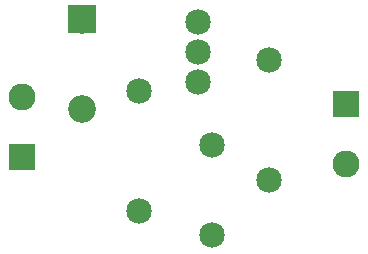
<source format=gts>
G04 MADE WITH FRITZING*
G04 WWW.FRITZING.ORG*
G04 DOUBLE SIDED*
G04 HOLES PLATED*
G04 CONTOUR ON CENTER OF CONTOUR VECTOR*
%ASAXBY*%
%FSLAX23Y23*%
%MOIN*%
%OFA0B0*%
%SFA1.0B1.0*%
%ADD10C,0.085000*%
%ADD11C,0.092000*%
%ADD12C,0.090000*%
%ADD13R,0.092000X0.092000*%
%ADD14R,0.089986X0.090000*%
%LNMASK1*%
G90*
G70*
G54D10*
X605Y232D03*
X605Y632D03*
G54D11*
X414Y868D03*
X414Y570D03*
G54D10*
X1038Y333D03*
X1038Y733D03*
X800Y862D03*
X800Y762D03*
X800Y662D03*
G54D12*
X1294Y588D03*
X1294Y388D03*
X215Y409D03*
X215Y609D03*
G54D10*
X849Y450D03*
X849Y150D03*
G54D13*
X414Y869D03*
G54D14*
X1294Y588D03*
X215Y409D03*
G04 End of Mask1*
M02*
</source>
